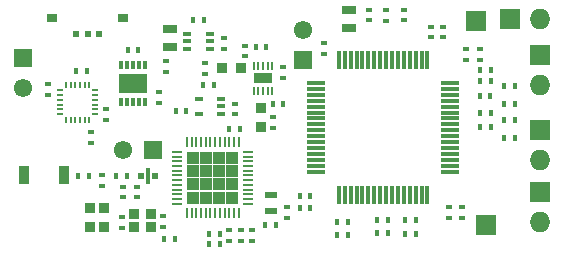
<source format=gts>
G04 #@! TF.FileFunction,Soldermask,Top*
%FSLAX46Y46*%
G04 Gerber Fmt 4.6, Leading zero omitted, Abs format (unit mm)*
G04 Created by KiCad (PCBNEW 4.0.4-stable) date 09/24/17 15:17:15*
%MOMM*%
%LPD*%
G01*
G04 APERTURE LIST*
%ADD10C,0.150000*%
%ADD11R,1.730000X1.730000*%
%ADD12O,1.730000X1.730000*%
%ADD13R,0.428780X0.629440*%
%ADD14R,1.554000X1.554000*%
%ADD15C,1.554000*%
%ADD16R,0.530000X0.230000*%
%ADD17R,0.580000X0.230000*%
%ADD18R,0.230000X0.530000*%
%ADD19R,0.230000X0.580000*%
%ADD20R,0.680000X0.430000*%
%ADD21R,0.629440X0.428780*%
%ADD22R,1.173000X0.665000*%
%ADD23R,0.830000X0.830000*%
%ADD24R,0.330000X0.730000*%
%ADD25R,0.630000X0.630000*%
%ADD26R,1.530000X0.330000*%
%ADD27R,0.330000X1.530000*%
%ADD28R,0.930000X0.830000*%
%ADD29R,0.830000X1.630000*%
%ADD30R,0.830000X0.230000*%
%ADD31R,0.230000X0.830000*%
%ADD32R,1.142500X1.142500*%
%ADD33R,1.130000X0.630000*%
%ADD34R,0.270000X0.730000*%
%ADD35R,1.530000X0.930000*%
%ADD36R,0.930000X0.730000*%
%ADD37R,0.330000X0.680000*%
%ADD38R,1.270000X0.805000*%
G04 APERTURE END LIST*
D10*
D11*
X311060000Y-117460000D03*
D12*
X311060000Y-120000000D03*
D13*
X276150420Y-117040000D03*
X277049580Y-117040000D03*
D14*
X291025520Y-117905240D03*
D15*
X291025520Y-115365240D03*
D11*
X311035640Y-129055840D03*
D12*
X311035640Y-131595840D03*
D11*
X311035640Y-123853920D03*
D12*
X311035640Y-126393920D03*
D16*
X273412500Y-122477500D03*
D17*
X273412500Y-122077500D03*
X273412500Y-121677500D03*
X273412500Y-121277500D03*
X273412500Y-120877500D03*
D16*
X273412500Y-120477500D03*
D18*
X272912500Y-119977500D03*
D19*
X272512500Y-119977500D03*
X272112500Y-119977500D03*
X271712500Y-119977500D03*
X271312500Y-119977500D03*
D18*
X270912500Y-119977500D03*
D16*
X270412500Y-120477500D03*
D17*
X270412500Y-120877500D03*
X270412500Y-121277500D03*
X270412500Y-121677500D03*
X270412500Y-122077500D03*
D16*
X270412500Y-122477500D03*
D18*
X270912500Y-122977500D03*
D19*
X271312500Y-122977500D03*
X271712500Y-122977500D03*
X272112500Y-122977500D03*
X272512500Y-122977500D03*
D18*
X272912500Y-122977500D03*
D20*
X284050000Y-122470000D03*
X284050000Y-121170000D03*
X284050000Y-121820000D03*
X282150000Y-121170000D03*
X282150000Y-122470000D03*
D21*
X284760000Y-132310420D03*
X284760000Y-133209580D03*
D13*
X285619580Y-123780000D03*
X284720420Y-123780000D03*
D21*
X298035000Y-113680420D03*
X298035000Y-114579580D03*
X284300000Y-116979580D03*
X284300000Y-116080420D03*
D22*
X279750000Y-115308000D03*
X279750000Y-116832000D03*
D20*
X283090000Y-116980000D03*
X283090000Y-115680000D03*
X281190000Y-116330000D03*
X283090000Y-116330000D03*
X281190000Y-115680000D03*
X281190000Y-116980000D03*
D13*
X281680420Y-114530000D03*
X282579580Y-114530000D03*
D21*
X285220000Y-122499580D03*
X285220000Y-121600420D03*
D13*
X281109580Y-122180000D03*
X280210420Y-122180000D03*
X282560420Y-120000000D03*
X283459580Y-120000000D03*
D21*
X286660000Y-132310420D03*
X286660000Y-133209580D03*
D14*
X267250000Y-117710000D03*
D15*
X267250000Y-120250000D03*
D21*
X279360000Y-117990420D03*
X279360000Y-118889580D03*
X278802500Y-120642920D03*
X278802500Y-121542080D03*
D13*
X289321180Y-121639040D03*
X288422020Y-121639040D03*
X286971680Y-116812140D03*
X287870840Y-116812140D03*
D21*
X282714640Y-119076180D03*
X282714640Y-118177020D03*
X286051260Y-116682560D03*
X286051260Y-117581720D03*
X288490600Y-122764260D03*
X288490600Y-123663420D03*
D23*
X287464440Y-123566800D03*
X287464440Y-121966800D03*
X284129520Y-118585960D03*
X285729520Y-118585960D03*
X274159920Y-130445320D03*
X274159920Y-132045320D03*
D13*
X283035420Y-132610000D03*
X283934580Y-132610000D03*
X283929580Y-133500000D03*
X283030420Y-133500000D03*
D21*
X285710000Y-133209580D03*
X285710000Y-132310420D03*
X274310000Y-122085420D03*
X274310000Y-122984580D03*
X273040000Y-124899580D03*
X273040000Y-124000420D03*
X269410000Y-120859580D03*
X269410000Y-119960420D03*
D13*
X271792920Y-118837500D03*
X272692080Y-118837500D03*
D24*
X277860000Y-127373500D03*
D25*
X278472500Y-127700000D03*
X277247500Y-127700000D03*
D24*
X277860000Y-128062500D03*
D21*
X276950000Y-129529580D03*
X276950000Y-128630420D03*
D13*
X279250420Y-133090000D03*
X280149580Y-133090000D03*
X308025420Y-121630000D03*
X308924580Y-121630000D03*
X308025420Y-124470000D03*
X308924580Y-124470000D03*
X308015420Y-123000000D03*
X308914580Y-123000000D03*
X308025420Y-120075000D03*
X308924580Y-120075000D03*
D11*
X305650000Y-114600000D03*
D22*
X294875000Y-115212000D03*
X294875000Y-113688000D03*
D14*
X278315360Y-125535400D03*
D15*
X275775360Y-125535400D03*
D21*
X302850000Y-115075420D03*
X302850000Y-115974580D03*
D26*
X303475000Y-127350000D03*
X303475000Y-126850000D03*
X303475000Y-126350000D03*
X303475000Y-125850000D03*
X303475000Y-125350000D03*
X303475000Y-124850000D03*
X303475000Y-124350000D03*
X303475000Y-123850000D03*
X303475000Y-123350000D03*
X303475000Y-122850000D03*
X303475000Y-122350000D03*
X303475000Y-121850000D03*
X303475000Y-121350000D03*
X303475000Y-120850000D03*
X303475000Y-120350000D03*
X303475000Y-119850000D03*
D27*
X301525000Y-117900000D03*
X301025000Y-117900000D03*
X300525000Y-117900000D03*
X300025000Y-117900000D03*
X299525000Y-117900000D03*
X299025000Y-117900000D03*
X298525000Y-117900000D03*
X298025000Y-117900000D03*
X297525000Y-117900000D03*
X297025000Y-117900000D03*
X296525000Y-117900000D03*
X296025000Y-117900000D03*
X295525000Y-117900000D03*
X295025000Y-117900000D03*
X294525000Y-117900000D03*
X294025000Y-117900000D03*
D26*
X292075000Y-119850000D03*
X292075000Y-120350000D03*
X292075000Y-120850000D03*
X292075000Y-121350000D03*
X292075000Y-121850000D03*
X292075000Y-122350000D03*
X292075000Y-122850000D03*
X292075000Y-123350000D03*
X292075000Y-123850000D03*
X292075000Y-124350000D03*
X292075000Y-124850000D03*
X292075000Y-125350000D03*
X292075000Y-125850000D03*
X292075000Y-126350000D03*
X292075000Y-126850000D03*
X292075000Y-127350000D03*
D27*
X294025000Y-129300000D03*
X294525000Y-129300000D03*
X295025000Y-129300000D03*
X295525000Y-129300000D03*
X296025000Y-129300000D03*
X296525000Y-129300000D03*
X297025000Y-129300000D03*
X297525000Y-129300000D03*
X298025000Y-129300000D03*
X298525000Y-129300000D03*
X299025000Y-129300000D03*
X299525000Y-129300000D03*
X300025000Y-129300000D03*
X300525000Y-129300000D03*
X301025000Y-129300000D03*
X301525000Y-129300000D03*
D13*
X293875420Y-131650000D03*
X294774580Y-131650000D03*
X293875420Y-132700000D03*
X294774580Y-132700000D03*
D21*
X296575000Y-114549580D03*
X296575000Y-113650420D03*
X301800000Y-115075420D03*
X301800000Y-115974580D03*
D13*
X290725420Y-129375000D03*
X291624580Y-129375000D03*
X305968340Y-118743440D03*
X306867500Y-118743440D03*
X291624580Y-130450000D03*
X290725420Y-130450000D03*
X297275420Y-132550000D03*
X298174580Y-132550000D03*
X297275420Y-131425000D03*
X298174580Y-131425000D03*
X300524580Y-132600000D03*
X299625420Y-132600000D03*
D21*
X292750000Y-116475420D03*
X292750000Y-117374580D03*
D13*
X300524580Y-131425000D03*
X299625420Y-131425000D03*
D21*
X299550000Y-113650420D03*
X299550000Y-114549580D03*
X305975000Y-117000420D03*
X305975000Y-117899580D03*
X304750000Y-117000420D03*
X304750000Y-117899580D03*
X289286260Y-119416720D03*
X289286260Y-118517560D03*
X303310000Y-131269900D03*
X303310000Y-130370740D03*
X304410000Y-131269900D03*
X304410000Y-130370740D03*
D13*
X305975420Y-119700000D03*
X306874580Y-119700000D03*
X305950420Y-120950000D03*
X306849580Y-120950000D03*
X305975420Y-122390000D03*
X306874580Y-122390000D03*
X305975420Y-123610000D03*
X306874580Y-123610000D03*
D23*
X272961040Y-130445320D03*
X272961040Y-132045320D03*
D28*
X276700000Y-130950000D03*
X278100000Y-130950000D03*
X276700000Y-132050000D03*
X278100000Y-132050000D03*
D13*
X287810420Y-131910000D03*
X288709580Y-131910000D03*
D21*
X275700000Y-131200420D03*
X275700000Y-132099580D03*
X279100000Y-131999580D03*
X279100000Y-131100420D03*
X275760000Y-129529580D03*
X275760000Y-128630420D03*
X289660000Y-130360420D03*
X289660000Y-131259580D03*
D29*
X270745000Y-127673000D03*
X267345000Y-127673000D03*
D13*
X272849580Y-127700000D03*
X271950420Y-127700000D03*
D21*
X274000000Y-127650420D03*
X274000000Y-128549580D03*
D13*
X276049580Y-127700000D03*
X275150420Y-127700000D03*
D11*
X306504280Y-131875240D03*
D30*
X286350000Y-130080000D03*
X286350000Y-129680000D03*
X286350000Y-129280000D03*
X286350000Y-128880000D03*
X286350000Y-128480000D03*
X286350000Y-128080000D03*
X286350000Y-127680000D03*
X286350000Y-127280000D03*
X286350000Y-126880000D03*
X286350000Y-126480000D03*
X286350000Y-126080000D03*
X286350000Y-125680000D03*
D31*
X285550000Y-124880000D03*
X285150000Y-124880000D03*
X284750000Y-124880000D03*
X284350000Y-124880000D03*
X283950000Y-124880000D03*
X283550000Y-124880000D03*
X283150000Y-124880000D03*
X282750000Y-124880000D03*
X282350000Y-124880000D03*
X281950000Y-124880000D03*
X281550000Y-124880000D03*
X281150000Y-124880000D03*
D30*
X280350000Y-125680000D03*
X280350000Y-126080000D03*
X280350000Y-126480000D03*
X280350000Y-126880000D03*
X280350000Y-127280000D03*
X280350000Y-127680000D03*
X280350000Y-128080000D03*
X280350000Y-128480000D03*
X280350000Y-128880000D03*
X280350000Y-129280000D03*
X280350000Y-129680000D03*
X280350000Y-130080000D03*
D31*
X281150000Y-130880000D03*
X281550000Y-130880000D03*
X281950000Y-130880000D03*
X282350000Y-130880000D03*
X282750000Y-130880000D03*
X283150000Y-130880000D03*
X283550000Y-130880000D03*
X283950000Y-130880000D03*
X284350000Y-130880000D03*
X284750000Y-130880000D03*
X285150000Y-130880000D03*
X285550000Y-130880000D03*
D32*
X281681250Y-126211250D03*
X281681250Y-127323750D03*
X281681250Y-128436250D03*
X281681250Y-129548750D03*
X282793750Y-126211250D03*
X282793750Y-127323750D03*
X282793750Y-128436250D03*
X282793750Y-129548750D03*
X283906250Y-126211250D03*
X283906250Y-127323750D03*
X283906250Y-128436250D03*
X283906250Y-129548750D03*
X285018750Y-126211250D03*
X285018750Y-127323750D03*
X285018750Y-128436250D03*
X285018750Y-129548750D03*
D33*
X288260000Y-129310000D03*
X288260000Y-130710000D03*
D34*
X288401260Y-118412140D03*
X288001260Y-118412140D03*
X287601260Y-118412140D03*
X287201260Y-118412140D03*
X286801260Y-118412140D03*
X286801260Y-120512140D03*
X287201260Y-120512140D03*
X287601260Y-120512140D03*
X288001260Y-120512140D03*
X288401260Y-120512140D03*
D35*
X287601260Y-119462140D03*
D11*
X308520000Y-114420000D03*
D12*
X311060000Y-114420000D03*
D36*
X275750000Y-114360000D03*
X269750000Y-114360000D03*
D25*
X272750000Y-115715000D03*
X271750000Y-115715000D03*
X273750000Y-115715000D03*
D37*
X277590000Y-118340000D03*
X277090000Y-118340000D03*
X276590000Y-118340000D03*
X276090000Y-118340000D03*
X275590000Y-118340000D03*
X275590000Y-121440000D03*
X276090000Y-121440000D03*
X276590000Y-121440000D03*
X277090000Y-121440000D03*
X277590000Y-121440000D03*
D38*
X275970000Y-120277500D03*
X277210000Y-120277500D03*
X275970000Y-119502500D03*
X277210000Y-119502500D03*
M02*

</source>
